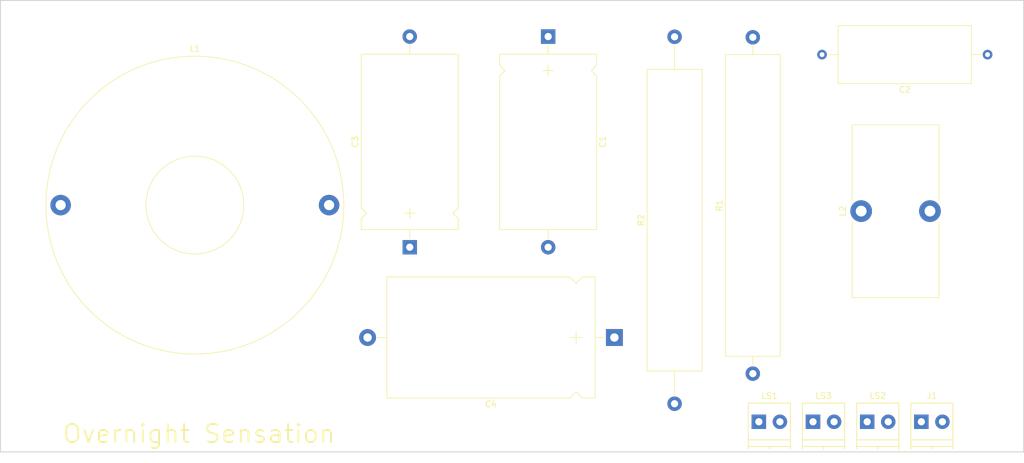
<source format=kicad_pcb>
(kicad_pcb (version 4) (host pcbnew 4.0.6-e0-6349~53~ubuntu16.04.1)

  (general
    (links 17)
    (no_connects 17)
    (area 19.512999 14.653 178.837001 90.637)
    (thickness 1.6)
    (drawings 5)
    (tracks 0)
    (zones 0)
    (modules 12)
    (nets 8)
  )

  (page A4)
  (layers
    (0 F.Cu signal)
    (31 B.Cu signal)
    (32 B.Adhes user)
    (33 F.Adhes user)
    (34 B.Paste user)
    (35 F.Paste user)
    (36 B.SilkS user)
    (37 F.SilkS user)
    (38 B.Mask user)
    (39 F.Mask user)
    (40 Dwgs.User user)
    (41 Cmts.User user)
    (42 Eco1.User user)
    (43 Eco2.User user)
    (44 Edge.Cuts user)
    (45 Margin user)
    (46 B.CrtYd user)
    (47 F.CrtYd user)
    (48 B.Fab user)
    (49 F.Fab user)
  )

  (setup
    (last_trace_width 0.762)
    (trace_clearance 0.762)
    (zone_clearance 0.508)
    (zone_45_only no)
    (trace_min 0.2)
    (segment_width 0.2)
    (edge_width 0.15)
    (via_size 0.6)
    (via_drill 0.4)
    (via_min_size 0.4)
    (via_min_drill 0.3)
    (uvia_size 0.3)
    (uvia_drill 0.1)
    (uvias_allowed no)
    (uvia_min_size 0)
    (uvia_min_drill 0)
    (pcb_text_width 0.3)
    (pcb_text_size 1.5 1.5)
    (mod_edge_width 0.15)
    (mod_text_size 1 1)
    (mod_text_width 0.15)
    (pad_size 1.524 1.524)
    (pad_drill 0.762)
    (pad_to_mask_clearance 0.2)
    (aux_axis_origin 0 0)
    (visible_elements FFFFF77F)
    (pcbplotparams
      (layerselection 0x00030_80000001)
      (usegerberextensions false)
      (excludeedgelayer true)
      (linewidth 0.100000)
      (plotframeref false)
      (viasonmask false)
      (mode 1)
      (useauxorigin false)
      (hpglpennumber 1)
      (hpglpenspeed 20)
      (hpglpendiameter 15)
      (hpglpenoverlay 2)
      (psnegative false)
      (psa4output false)
      (plotreference true)
      (plotvalue true)
      (plotinvisibletext false)
      (padsonsilk false)
      (subtractmaskfromsilk false)
      (outputformat 1)
      (mirror false)
      (drillshape 1)
      (scaleselection 1)
      (outputdirectory ""))
  )

  (net 0 "")
  (net 1 "Net-(C1-Pad1)")
  (net 2 "Net-(C2-Pad1)")
  (net 3 /RED_2)
  (net 4 /BLACK_2)
  (net 5 "Net-(C1-Pad2)")
  (net 6 "Net-(C3-Pad2)")
  (net 7 "Net-(C4-Pad2)")

  (net_class Default "This is the default net class."
    (clearance 0.762)
    (trace_width 0.762)
    (via_dia 0.6)
    (via_drill 0.4)
    (uvia_dia 0.3)
    (uvia_drill 0.1)
    (add_net /BLACK_2)
    (add_net /RED_2)
    (add_net "Net-(C1-Pad1)")
    (add_net "Net-(C1-Pad2)")
    (add_net "Net-(C2-Pad1)")
    (add_net "Net-(C3-Pad2)")
    (add_net "Net-(C4-Pad2)")
  )

  (module Capacitors_THT:CP_Axial_L29.0mm_D16.0mm_P35.00mm_Horizontal (layer F.Cu) (tedit 58765D07) (tstamp 58F94914)
    (at 104 19 270)
    (descr "CP, Axial series, Axial, Horizontal, pin pitch=35mm, , length*diameter=29*16mm^2, Electrolytic Capacitor, , http://www.kemet.com/Lists/ProductCatalog/Attachments/424/KEM_AC102.pdf")
    (tags "CP Axial series Axial Horizontal pin pitch 35mm  length 29mm diameter 16mm Electrolytic Capacitor")
    (path /58F7D7C3)
    (fp_text reference C1 (at 17.5 -9.06 270) (layer F.SilkS)
      (effects (font (size 1 1) (thickness 0.15)))
    )
    (fp_text value 4.7uF (at 17.5 9.06 270) (layer F.Fab)
      (effects (font (size 1 1) (thickness 0.15)))
    )
    (fp_line (start 3 -8) (end 3 8) (layer F.Fab) (width 0.1))
    (fp_line (start 32 -8) (end 32 8) (layer F.Fab) (width 0.1))
    (fp_line (start 3 -8) (end 4.74 -8) (layer F.Fab) (width 0.1))
    (fp_line (start 4.74 -8) (end 5.64 -7.1) (layer F.Fab) (width 0.1))
    (fp_line (start 5.64 -7.1) (end 6.54 -8) (layer F.Fab) (width 0.1))
    (fp_line (start 6.54 -8) (end 32 -8) (layer F.Fab) (width 0.1))
    (fp_line (start 3 8) (end 4.74 8) (layer F.Fab) (width 0.1))
    (fp_line (start 4.74 8) (end 5.64 7.1) (layer F.Fab) (width 0.1))
    (fp_line (start 5.64 7.1) (end 6.54 8) (layer F.Fab) (width 0.1))
    (fp_line (start 6.54 8) (end 32 8) (layer F.Fab) (width 0.1))
    (fp_line (start 0 0) (end 3 0) (layer F.Fab) (width 0.1))
    (fp_line (start 35 0) (end 32 0) (layer F.Fab) (width 0.1))
    (fp_line (start 4.75 0) (end 6.55 0) (layer F.Fab) (width 0.1))
    (fp_line (start 5.65 -0.9) (end 5.65 0.9) (layer F.Fab) (width 0.1))
    (fp_line (start 4.75 0) (end 6.55 0) (layer F.SilkS) (width 0.12))
    (fp_line (start 5.65 -0.9) (end 5.65 0.9) (layer F.SilkS) (width 0.12))
    (fp_line (start 2.94 -8.06) (end 2.94 8.06) (layer F.SilkS) (width 0.12))
    (fp_line (start 32.06 -8.06) (end 32.06 8.06) (layer F.SilkS) (width 0.12))
    (fp_line (start 2.94 -8.06) (end 4.74 -8.06) (layer F.SilkS) (width 0.12))
    (fp_line (start 4.74 -8.06) (end 5.64 -7.16) (layer F.SilkS) (width 0.12))
    (fp_line (start 5.64 -7.16) (end 6.54 -8.06) (layer F.SilkS) (width 0.12))
    (fp_line (start 6.54 -8.06) (end 32.06 -8.06) (layer F.SilkS) (width 0.12))
    (fp_line (start 2.94 8.06) (end 4.74 8.06) (layer F.SilkS) (width 0.12))
    (fp_line (start 4.74 8.06) (end 5.64 7.16) (layer F.SilkS) (width 0.12))
    (fp_line (start 5.64 7.16) (end 6.54 8.06) (layer F.SilkS) (width 0.12))
    (fp_line (start 6.54 8.06) (end 32.06 8.06) (layer F.SilkS) (width 0.12))
    (fp_line (start 1.38 0) (end 2.94 0) (layer F.SilkS) (width 0.12))
    (fp_line (start 33.62 0) (end 32.06 0) (layer F.SilkS) (width 0.12))
    (fp_line (start -1.45 -8.35) (end -1.45 8.35) (layer F.CrtYd) (width 0.05))
    (fp_line (start -1.45 8.35) (end 36.45 8.35) (layer F.CrtYd) (width 0.05))
    (fp_line (start 36.45 8.35) (end 36.45 -8.35) (layer F.CrtYd) (width 0.05))
    (fp_line (start 36.45 -8.35) (end -1.45 -8.35) (layer F.CrtYd) (width 0.05))
    (pad 1 thru_hole rect (at 0 0 270) (size 2.4 2.4) (drill 1.2) (layers *.Cu *.Mask)
      (net 1 "Net-(C1-Pad1)"))
    (pad 2 thru_hole oval (at 35 0 270) (size 2.4 2.4) (drill 1.2) (layers *.Cu *.Mask)
      (net 5 "Net-(C1-Pad2)"))
    (model Capacitors_THT.3dshapes/CP_Axial_L29.0mm_D16.0mm_P35.00mm_Horizontal.wrl
      (at (xyz 0 0 0))
      (scale (xyz 0.393701 0.393701 0.393701))
      (rotate (xyz 0 0 0))
    )
  )

  (module Capacitors_THT:C_Axial_L22.0mm_D9.5mm_P27.50mm_Horizontal (layer F.Cu) (tedit 58765D06) (tstamp 58F9492A)
    (at 177 22 180)
    (descr "C, Axial series, Axial, Horizontal, pin pitch=27.5mm, , length*diameter=22*9.5mm^2, http://cdn-reichelt.de/documents/datenblatt/B300/STYROFLEX.pdf")
    (tags "C Axial series Axial Horizontal pin pitch 27.5mm  length 22mm diameter 9.5mm")
    (path /58F7D1B2)
    (fp_text reference C2 (at 13.75 -5.81 180) (layer F.SilkS)
      (effects (font (size 1 1) (thickness 0.15)))
    )
    (fp_text value 0.22uF (at 13.75 5.81 180) (layer F.Fab)
      (effects (font (size 1 1) (thickness 0.15)))
    )
    (fp_line (start 2.75 -4.75) (end 2.75 4.75) (layer F.Fab) (width 0.1))
    (fp_line (start 2.75 4.75) (end 24.75 4.75) (layer F.Fab) (width 0.1))
    (fp_line (start 24.75 4.75) (end 24.75 -4.75) (layer F.Fab) (width 0.1))
    (fp_line (start 24.75 -4.75) (end 2.75 -4.75) (layer F.Fab) (width 0.1))
    (fp_line (start 0 0) (end 2.75 0) (layer F.Fab) (width 0.1))
    (fp_line (start 27.5 0) (end 24.75 0) (layer F.Fab) (width 0.1))
    (fp_line (start 2.69 -4.81) (end 2.69 4.81) (layer F.SilkS) (width 0.12))
    (fp_line (start 2.69 4.81) (end 24.81 4.81) (layer F.SilkS) (width 0.12))
    (fp_line (start 24.81 4.81) (end 24.81 -4.81) (layer F.SilkS) (width 0.12))
    (fp_line (start 24.81 -4.81) (end 2.69 -4.81) (layer F.SilkS) (width 0.12))
    (fp_line (start 0.98 0) (end 2.69 0) (layer F.SilkS) (width 0.12))
    (fp_line (start 26.52 0) (end 24.81 0) (layer F.SilkS) (width 0.12))
    (fp_line (start -1.05 -5.1) (end -1.05 5.1) (layer F.CrtYd) (width 0.05))
    (fp_line (start -1.05 5.1) (end 28.55 5.1) (layer F.CrtYd) (width 0.05))
    (fp_line (start 28.55 5.1) (end 28.55 -5.1) (layer F.CrtYd) (width 0.05))
    (fp_line (start 28.55 -5.1) (end -1.05 -5.1) (layer F.CrtYd) (width 0.05))
    (pad 1 thru_hole circle (at 0 0 180) (size 1.6 1.6) (drill 0.8) (layers *.Cu *.Mask)
      (net 2 "Net-(C2-Pad1)"))
    (pad 2 thru_hole oval (at 27.5 0 180) (size 1.6 1.6) (drill 0.8) (layers *.Cu *.Mask)
      (net 3 /RED_2))
    (model Capacitors_THT.3dshapes/C_Axial_L22.0mm_D9.5mm_P27.50mm_Horizontal.wrl
      (at (xyz 0 0 0))
      (scale (xyz 0.393701 0.393701 0.393701))
      (rotate (xyz 0 0 0))
    )
  )

  (module Capacitors_THT:CP_Axial_L29.0mm_D16.0mm_P35.00mm_Horizontal (layer F.Cu) (tedit 58765D07) (tstamp 58F94950)
    (at 81 54 90)
    (descr "CP, Axial series, Axial, Horizontal, pin pitch=35mm, , length*diameter=29*16mm^2, Electrolytic Capacitor, , http://www.kemet.com/Lists/ProductCatalog/Attachments/424/KEM_AC102.pdf")
    (tags "CP Axial series Axial Horizontal pin pitch 35mm  length 29mm diameter 16mm Electrolytic Capacitor")
    (path /58F7D856)
    (fp_text reference C3 (at 17.5 -9.06 90) (layer F.SilkS)
      (effects (font (size 1 1) (thickness 0.15)))
    )
    (fp_text value 4.7uF (at 17.5 9.06 90) (layer F.Fab)
      (effects (font (size 1 1) (thickness 0.15)))
    )
    (fp_line (start 3 -8) (end 3 8) (layer F.Fab) (width 0.1))
    (fp_line (start 32 -8) (end 32 8) (layer F.Fab) (width 0.1))
    (fp_line (start 3 -8) (end 4.74 -8) (layer F.Fab) (width 0.1))
    (fp_line (start 4.74 -8) (end 5.64 -7.1) (layer F.Fab) (width 0.1))
    (fp_line (start 5.64 -7.1) (end 6.54 -8) (layer F.Fab) (width 0.1))
    (fp_line (start 6.54 -8) (end 32 -8) (layer F.Fab) (width 0.1))
    (fp_line (start 3 8) (end 4.74 8) (layer F.Fab) (width 0.1))
    (fp_line (start 4.74 8) (end 5.64 7.1) (layer F.Fab) (width 0.1))
    (fp_line (start 5.64 7.1) (end 6.54 8) (layer F.Fab) (width 0.1))
    (fp_line (start 6.54 8) (end 32 8) (layer F.Fab) (width 0.1))
    (fp_line (start 0 0) (end 3 0) (layer F.Fab) (width 0.1))
    (fp_line (start 35 0) (end 32 0) (layer F.Fab) (width 0.1))
    (fp_line (start 4.75 0) (end 6.55 0) (layer F.Fab) (width 0.1))
    (fp_line (start 5.65 -0.9) (end 5.65 0.9) (layer F.Fab) (width 0.1))
    (fp_line (start 4.75 0) (end 6.55 0) (layer F.SilkS) (width 0.12))
    (fp_line (start 5.65 -0.9) (end 5.65 0.9) (layer F.SilkS) (width 0.12))
    (fp_line (start 2.94 -8.06) (end 2.94 8.06) (layer F.SilkS) (width 0.12))
    (fp_line (start 32.06 -8.06) (end 32.06 8.06) (layer F.SilkS) (width 0.12))
    (fp_line (start 2.94 -8.06) (end 4.74 -8.06) (layer F.SilkS) (width 0.12))
    (fp_line (start 4.74 -8.06) (end 5.64 -7.16) (layer F.SilkS) (width 0.12))
    (fp_line (start 5.64 -7.16) (end 6.54 -8.06) (layer F.SilkS) (width 0.12))
    (fp_line (start 6.54 -8.06) (end 32.06 -8.06) (layer F.SilkS) (width 0.12))
    (fp_line (start 2.94 8.06) (end 4.74 8.06) (layer F.SilkS) (width 0.12))
    (fp_line (start 4.74 8.06) (end 5.64 7.16) (layer F.SilkS) (width 0.12))
    (fp_line (start 5.64 7.16) (end 6.54 8.06) (layer F.SilkS) (width 0.12))
    (fp_line (start 6.54 8.06) (end 32.06 8.06) (layer F.SilkS) (width 0.12))
    (fp_line (start 1.38 0) (end 2.94 0) (layer F.SilkS) (width 0.12))
    (fp_line (start 33.62 0) (end 32.06 0) (layer F.SilkS) (width 0.12))
    (fp_line (start -1.45 -8.35) (end -1.45 8.35) (layer F.CrtYd) (width 0.05))
    (fp_line (start -1.45 8.35) (end 36.45 8.35) (layer F.CrtYd) (width 0.05))
    (fp_line (start 36.45 8.35) (end 36.45 -8.35) (layer F.CrtYd) (width 0.05))
    (fp_line (start 36.45 -8.35) (end -1.45 -8.35) (layer F.CrtYd) (width 0.05))
    (pad 1 thru_hole rect (at 0 0 90) (size 2.4 2.4) (drill 1.2) (layers *.Cu *.Mask)
      (net 5 "Net-(C1-Pad2)"))
    (pad 2 thru_hole oval (at 35 0 90) (size 2.4 2.4) (drill 1.2) (layers *.Cu *.Mask)
      (net 6 "Net-(C3-Pad2)"))
    (model Capacitors_THT.3dshapes/CP_Axial_L29.0mm_D16.0mm_P35.00mm_Horizontal.wrl
      (at (xyz 0 0 0))
      (scale (xyz 0.393701 0.393701 0.393701))
      (rotate (xyz 0 0 0))
    )
  )

  (module Capacitors_THT:CP_Axial_L34.5mm_D20.0mm_P41.00mm_Horizontal (layer F.Cu) (tedit 58765D07) (tstamp 58F94976)
    (at 115 69 180)
    (descr "CP, Axial series, Axial, Horizontal, pin pitch=41mm, , length*diameter=34.5*20mm^2, Electrolytic Capacitor, , http://www.kemet.com/Lists/ProductCatalog/Attachments/424/KEM_AC102.pdf")
    (tags "CP Axial series Axial Horizontal pin pitch 41mm  length 34.5mm diameter 20mm Electrolytic Capacitor")
    (path /58F7E63F)
    (fp_text reference C4 (at 20.5 -11.06 180) (layer F.SilkS)
      (effects (font (size 1 1) (thickness 0.15)))
    )
    (fp_text value 10uF (at 20.5 11.06 180) (layer F.Fab)
      (effects (font (size 1 1) (thickness 0.15)))
    )
    (fp_line (start 3.25 -10) (end 3.25 10) (layer F.Fab) (width 0.1))
    (fp_line (start 37.75 -10) (end 37.75 10) (layer F.Fab) (width 0.1))
    (fp_line (start 3.25 -10) (end 5.29 -10) (layer F.Fab) (width 0.1))
    (fp_line (start 5.29 -10) (end 6.34 -8.95) (layer F.Fab) (width 0.1))
    (fp_line (start 6.34 -8.95) (end 7.39 -10) (layer F.Fab) (width 0.1))
    (fp_line (start 7.39 -10) (end 37.75 -10) (layer F.Fab) (width 0.1))
    (fp_line (start 3.25 10) (end 5.29 10) (layer F.Fab) (width 0.1))
    (fp_line (start 5.29 10) (end 6.34 8.95) (layer F.Fab) (width 0.1))
    (fp_line (start 6.34 8.95) (end 7.39 10) (layer F.Fab) (width 0.1))
    (fp_line (start 7.39 10) (end 37.75 10) (layer F.Fab) (width 0.1))
    (fp_line (start 0 0) (end 3.25 0) (layer F.Fab) (width 0.1))
    (fp_line (start 41 0) (end 37.75 0) (layer F.Fab) (width 0.1))
    (fp_line (start 5.3 0) (end 7.4 0) (layer F.Fab) (width 0.1))
    (fp_line (start 6.35 -1.05) (end 6.35 1.05) (layer F.Fab) (width 0.1))
    (fp_line (start 5.3 0) (end 7.4 0) (layer F.SilkS) (width 0.12))
    (fp_line (start 6.35 -1.05) (end 6.35 1.05) (layer F.SilkS) (width 0.12))
    (fp_line (start 3.19 -10.06) (end 3.19 10.06) (layer F.SilkS) (width 0.12))
    (fp_line (start 37.81 -10.06) (end 37.81 10.06) (layer F.SilkS) (width 0.12))
    (fp_line (start 3.19 -10.06) (end 5.29 -10.06) (layer F.SilkS) (width 0.12))
    (fp_line (start 5.29 -10.06) (end 6.34 -9.01) (layer F.SilkS) (width 0.12))
    (fp_line (start 6.34 -9.01) (end 7.39 -10.06) (layer F.SilkS) (width 0.12))
    (fp_line (start 7.39 -10.06) (end 37.81 -10.06) (layer F.SilkS) (width 0.12))
    (fp_line (start 3.19 10.06) (end 5.29 10.06) (layer F.SilkS) (width 0.12))
    (fp_line (start 5.29 10.06) (end 6.34 9.01) (layer F.SilkS) (width 0.12))
    (fp_line (start 6.34 9.01) (end 7.39 10.06) (layer F.SilkS) (width 0.12))
    (fp_line (start 7.39 10.06) (end 37.81 10.06) (layer F.SilkS) (width 0.12))
    (fp_line (start 1.58 0) (end 3.19 0) (layer F.SilkS) (width 0.12))
    (fp_line (start 39.42 0) (end 37.81 0) (layer F.SilkS) (width 0.12))
    (fp_line (start -1.65 -10.35) (end -1.65 10.35) (layer F.CrtYd) (width 0.05))
    (fp_line (start -1.65 10.35) (end 42.65 10.35) (layer F.CrtYd) (width 0.05))
    (fp_line (start 42.65 10.35) (end 42.65 -10.35) (layer F.CrtYd) (width 0.05))
    (fp_line (start 42.65 -10.35) (end -1.65 -10.35) (layer F.CrtYd) (width 0.05))
    (pad 1 thru_hole rect (at 0 0 180) (size 2.8 2.8) (drill 1.4) (layers *.Cu *.Mask)
      (net 2 "Net-(C2-Pad1)"))
    (pad 2 thru_hole oval (at 41 0 180) (size 2.8 2.8) (drill 1.4) (layers *.Cu *.Mask)
      (net 7 "Net-(C4-Pad2)"))
    (model Capacitors_THT.3dshapes/CP_Axial_L34.5mm_D20.0mm_P41.00mm_Horizontal.wrl
      (at (xyz 0 0 0))
      (scale (xyz 0.393701 0.393701 0.393701))
      (rotate (xyz 0 0 0))
    )
  )

  (module Connectors_Terminal_Blocks:TerminalBlock_Pheonix_PT-3.5mm_2pol (layer F.Cu) (tedit 0) (tstamp 58F94986)
    (at 166 83)
    (descr "2-way 3.5mm pitch terminal block, Phoenix PT series")
    (path /58F7D300)
    (fp_text reference J1 (at 1.75 -4.3) (layer F.SilkS)
      (effects (font (size 1 1) (thickness 0.15)))
    )
    (fp_text value Screw_Terminal_1x02 (at 1.75 6) (layer F.Fab)
      (effects (font (size 1 1) (thickness 0.15)))
    )
    (fp_line (start -1.9 -3.3) (end 5.4 -3.3) (layer F.CrtYd) (width 0.05))
    (fp_line (start -1.9 4.7) (end -1.9 -3.3) (layer F.CrtYd) (width 0.05))
    (fp_line (start 5.4 4.7) (end -1.9 4.7) (layer F.CrtYd) (width 0.05))
    (fp_line (start 5.4 -3.3) (end 5.4 4.7) (layer F.CrtYd) (width 0.05))
    (fp_line (start 1.75 4.1) (end 1.75 4.5) (layer F.SilkS) (width 0.15))
    (fp_line (start -1.75 3) (end 5.25 3) (layer F.SilkS) (width 0.15))
    (fp_line (start -1.75 4.1) (end 5.25 4.1) (layer F.SilkS) (width 0.15))
    (fp_line (start -1.75 -3.1) (end -1.75 4.5) (layer F.SilkS) (width 0.15))
    (fp_line (start 5.25 4.5) (end 5.25 -3.1) (layer F.SilkS) (width 0.15))
    (fp_line (start 5.25 -3.1) (end -1.75 -3.1) (layer F.SilkS) (width 0.15))
    (pad 2 thru_hole circle (at 3.5 0) (size 2.4 2.4) (drill 1.2) (layers *.Cu *.Mask)
      (net 4 /BLACK_2))
    (pad 1 thru_hole rect (at 0 0) (size 2.4 2.4) (drill 1.2) (layers *.Cu *.Mask)
      (net 3 /RED_2))
    (model Terminal_Blocks.3dshapes/TerminalBlock_Pheonix_PT-3.5mm_2pol.wrl
      (at (xyz 0 0 0))
      (scale (xyz 1 1 1))
      (rotate (xyz 0 0 0))
    )
  )

  (module Inductors_THT:L_Toroid_Horizontal_D49.3mm_P44.60mm_Vishay_TJ8 (layer F.Cu) (tedit 5880B84E) (tstamp 58F949A1)
    (at 23 47)
    (descr "L_Toroid, Horizontal series, Radial, pin pitch=44.60mm, , diameter=49.3mm, Vishay, TJ8, http://www.vishay.com/docs/34079/tj.pdf")
    (tags "L_Toroid Horizontal series Radial pin pitch 44.60mm  diameter 49.3mm Vishay TJ8")
    (path /58F7ED7E)
    (fp_text reference L1 (at 22.3 -25.96) (layer F.SilkS)
      (effects (font (size 1 1) (thickness 0.15)))
    )
    (fp_text value 0.9mH (at 22.3 25.96) (layer F.Fab)
      (effects (font (size 1 1) (thickness 0.15)))
    )
    (fp_circle (center 22.3 0) (end 46.95 0) (layer F.Fab) (width 0.1))
    (fp_circle (center 22.3 0) (end 30.516667 0) (layer F.Fab) (width 0.1))
    (fp_circle (center 22.3 0) (end 47.04 0) (layer F.SilkS) (width 0.12))
    (fp_circle (center 22.3 0) (end 30.426667 0) (layer F.SilkS) (width 0.12))
    (fp_line (start 46.5452 0) (end 30.306769 2.145341) (layer F.Fab) (width 0.1))
    (fp_line (start 43.297146 12.122276) (end 28.161485 5.861214) (layer F.Fab) (width 0.1))
    (fp_line (start 34.423248 20.996585) (end 24.445712 8.00667) (layer F.Fab) (width 0.1))
    (fp_line (start 22.301123 24.2452) (end 20.15503 8.006868) (layer F.Fab) (width 0.1))
    (fp_line (start 10.178697 20.997708) (end 16.439058 5.861757) (layer F.Fab) (width 0.1))
    (fp_line (start 1.303977 12.124221) (end 14.29343 2.146083) (layer F.Fab) (width 0.1))
    (fp_line (start -1.9452 0.002246) (end 14.293032 -2.144599) (layer F.Fab) (width 0.1))
    (fp_line (start 1.301731 -12.12033) (end 16.437972 -5.860671) (layer F.Fab) (width 0.1))
    (fp_line (start 10.174806 -20.995461) (end 20.153546 -8.006471) (layer F.Fab) (width 0.1))
    (fp_line (start 22.29663 -24.2452) (end 24.444228 -8.007067) (layer F.Fab) (width 0.1))
    (fp_line (start 34.419357 -20.998831) (end 28.160399 -5.8623) (layer F.Fab) (width 0.1))
    (fp_line (start 43.2949 -12.126166) (end 30.306371 -2.146825) (layer F.Fab) (width 0.1))
    (fp_line (start 46.5452 -0.004493) (end 30.307166 2.143857) (layer F.Fab) (width 0.1))
    (fp_line (start -2.7 -25) (end -2.7 25) (layer F.CrtYd) (width 0.05))
    (fp_line (start -2.7 25) (end 47.3 25) (layer F.CrtYd) (width 0.05))
    (fp_line (start 47.3 25) (end 47.3 -25) (layer F.CrtYd) (width 0.05))
    (fp_line (start 47.3 -25) (end -2.7 -25) (layer F.CrtYd) (width 0.05))
    (pad 1 thru_hole circle (at 0 0) (size 3.4 3.4) (drill 1.7) (layers *.Cu *.Mask)
      (net 2 "Net-(C2-Pad1)"))
    (pad 2 thru_hole circle (at 44.6 0) (size 3.4 3.4) (drill 1.7) (layers *.Cu *.Mask)
      (net 3 /RED_2))
    (model Inductors_THT.3dshapes/L_Toroid_Horizontal_D49.3mm_P44.60mm_Vishay_TJ8.wrl
      (at (xyz 0 0 0))
      (scale (xyz 0.393701 0.393701 0.393701))
      (rotate (xyz 0 0 0))
    )
  )

  (module Inductors_THT:L_Toroid_Vertical_L28.6mm_W14.3mm_P11.43mm_Bourns_5700 (layer F.Cu) (tedit 5880B84E) (tstamp 58F949BF)
    (at 156 48 90)
    (descr "L_Toroid, Vertical series, Radial, pin pitch=11.43mm, , length*width=28.6*14.3mm^2, Bourns, 5700, http://www.bourns.com/docs/Product-Datasheets/5700_series.pdf")
    (tags "L_Toroid Vertical series Radial pin pitch 11.43mm  length 28.6mm width 14.3mm Bourns 5700")
    (path /58F7D985)
    (fp_text reference L2 (at 0 -3.05 90) (layer F.SilkS)
      (effects (font (size 1 1) (thickness 0.15)))
    )
    (fp_text value 0.15mH (at 0 14.48 90) (layer F.Fab)
      (effects (font (size 1 1) (thickness 0.15)))
    )
    (fp_line (start -14.3 -1.435) (end -14.3 12.865) (layer F.Fab) (width 0.1))
    (fp_line (start -14.3 12.865) (end 14.3 12.865) (layer F.Fab) (width 0.1))
    (fp_line (start 14.3 12.865) (end 14.3 -1.435) (layer F.Fab) (width 0.1))
    (fp_line (start 14.3 -1.435) (end -14.3 -1.435) (layer F.Fab) (width 0.1))
    (fp_line (start -14.3 -1.435) (end -12.87 12.865) (layer F.Fab) (width 0.1))
    (fp_line (start -11.44 -1.435) (end -10.01 12.865) (layer F.Fab) (width 0.1))
    (fp_line (start -8.58 -1.435) (end -7.15 12.865) (layer F.Fab) (width 0.1))
    (fp_line (start -5.72 -1.435) (end -4.29 12.865) (layer F.Fab) (width 0.1))
    (fp_line (start -2.86 -1.435) (end -1.43 12.865) (layer F.Fab) (width 0.1))
    (fp_line (start 0 -1.435) (end 1.43 12.865) (layer F.Fab) (width 0.1))
    (fp_line (start 2.86 -1.435) (end 4.29 12.865) (layer F.Fab) (width 0.1))
    (fp_line (start 5.72 -1.435) (end 7.15 12.865) (layer F.Fab) (width 0.1))
    (fp_line (start 8.58 -1.435) (end 10.01 12.865) (layer F.Fab) (width 0.1))
    (fp_line (start 11.44 -1.435) (end 12.87 12.865) (layer F.Fab) (width 0.1))
    (fp_line (start -14.36 -1.495) (end -1.73 -1.495) (layer F.SilkS) (width 0.12))
    (fp_line (start 1.73 -1.495) (end 14.36 -1.495) (layer F.SilkS) (width 0.12))
    (fp_line (start -14.36 12.925) (end -1.73 12.925) (layer F.SilkS) (width 0.12))
    (fp_line (start 1.73 12.925) (end 14.36 12.925) (layer F.SilkS) (width 0.12))
    (fp_line (start -14.36 -1.495) (end -14.36 12.925) (layer F.SilkS) (width 0.12))
    (fp_line (start 14.36 -1.495) (end 14.36 12.925) (layer F.SilkS) (width 0.12))
    (fp_line (start -14.65 -2.05) (end -14.65 13.5) (layer F.CrtYd) (width 0.05))
    (fp_line (start -14.65 13.5) (end 14.65 13.5) (layer F.CrtYd) (width 0.05))
    (fp_line (start 14.65 13.5) (end 14.65 -2.05) (layer F.CrtYd) (width 0.05))
    (fp_line (start 14.65 -2.05) (end -14.65 -2.05) (layer F.CrtYd) (width 0.05))
    (pad 1 thru_hole circle (at 0 0 90) (size 3.6 3.6) (drill 1.8) (layers *.Cu *.Mask)
      (net 5 "Net-(C1-Pad2)"))
    (pad 2 thru_hole circle (at 0 11.43 90) (size 3.6 3.6) (drill 1.8) (layers *.Cu *.Mask)
      (net 4 /BLACK_2))
    (model Inductors_THT.3dshapes/L_Toroid_Vertical_L28.6mm_W14.3mm_P11.43mm_Bourns_5700.wrl
      (at (xyz 0 0 0))
      (scale (xyz 0.393701 0.393701 0.393701))
      (rotate (xyz 0 0 0))
    )
  )

  (module Connectors_Terminal_Blocks:TerminalBlock_Pheonix_PT-3.5mm_2pol (layer F.Cu) (tedit 0) (tstamp 58F949CF)
    (at 139 83)
    (descr "2-way 3.5mm pitch terminal block, Phoenix PT series")
    (path /58F7E3B0)
    (fp_text reference LS1 (at 1.75 -4.3) (layer F.SilkS)
      (effects (font (size 1 1) (thickness 0.15)))
    )
    (fp_text value "Daytona ND20FA" (at 1.75 6) (layer F.Fab)
      (effects (font (size 1 1) (thickness 0.15)))
    )
    (fp_line (start -1.9 -3.3) (end 5.4 -3.3) (layer F.CrtYd) (width 0.05))
    (fp_line (start -1.9 4.7) (end -1.9 -3.3) (layer F.CrtYd) (width 0.05))
    (fp_line (start 5.4 4.7) (end -1.9 4.7) (layer F.CrtYd) (width 0.05))
    (fp_line (start 5.4 -3.3) (end 5.4 4.7) (layer F.CrtYd) (width 0.05))
    (fp_line (start 1.75 4.1) (end 1.75 4.5) (layer F.SilkS) (width 0.15))
    (fp_line (start -1.75 3) (end 5.25 3) (layer F.SilkS) (width 0.15))
    (fp_line (start -1.75 4.1) (end 5.25 4.1) (layer F.SilkS) (width 0.15))
    (fp_line (start -1.75 -3.1) (end -1.75 4.5) (layer F.SilkS) (width 0.15))
    (fp_line (start 5.25 4.5) (end 5.25 -3.1) (layer F.SilkS) (width 0.15))
    (fp_line (start 5.25 -3.1) (end -1.75 -3.1) (layer F.SilkS) (width 0.15))
    (pad 2 thru_hole circle (at 3.5 0) (size 2.4 2.4) (drill 1.2) (layers *.Cu *.Mask)
      (net 4 /BLACK_2))
    (pad 1 thru_hole rect (at 0 0) (size 2.4 2.4) (drill 1.2) (layers *.Cu *.Mask)
      (net 6 "Net-(C3-Pad2)"))
    (model Terminal_Blocks.3dshapes/TerminalBlock_Pheonix_PT-3.5mm_2pol.wrl
      (at (xyz 0 0 0))
      (scale (xyz 1 1 1))
      (rotate (xyz 0 0 0))
    )
  )

  (module Connectors_Terminal_Blocks:TerminalBlock_Pheonix_PT-3.5mm_2pol (layer F.Cu) (tedit 0) (tstamp 58F949DF)
    (at 157 83)
    (descr "2-way 3.5mm pitch terminal block, Phoenix PT series")
    (path /58F7E470)
    (fp_text reference LS2 (at 1.75 -4.3) (layer F.SilkS)
      (effects (font (size 1 1) (thickness 0.15)))
    )
    (fp_text value "HIVI B4N" (at 1.75 6) (layer F.Fab)
      (effects (font (size 1 1) (thickness 0.15)))
    )
    (fp_line (start -1.9 -3.3) (end 5.4 -3.3) (layer F.CrtYd) (width 0.05))
    (fp_line (start -1.9 4.7) (end -1.9 -3.3) (layer F.CrtYd) (width 0.05))
    (fp_line (start 5.4 4.7) (end -1.9 4.7) (layer F.CrtYd) (width 0.05))
    (fp_line (start 5.4 -3.3) (end 5.4 4.7) (layer F.CrtYd) (width 0.05))
    (fp_line (start 1.75 4.1) (end 1.75 4.5) (layer F.SilkS) (width 0.15))
    (fp_line (start -1.75 3) (end 5.25 3) (layer F.SilkS) (width 0.15))
    (fp_line (start -1.75 4.1) (end 5.25 4.1) (layer F.SilkS) (width 0.15))
    (fp_line (start -1.75 -3.1) (end -1.75 4.5) (layer F.SilkS) (width 0.15))
    (fp_line (start 5.25 4.5) (end 5.25 -3.1) (layer F.SilkS) (width 0.15))
    (fp_line (start 5.25 -3.1) (end -1.75 -3.1) (layer F.SilkS) (width 0.15))
    (pad 2 thru_hole circle (at 3.5 0) (size 2.4 2.4) (drill 1.2) (layers *.Cu *.Mask)
      (net 4 /BLACK_2))
    (pad 1 thru_hole rect (at 0 0) (size 2.4 2.4) (drill 1.2) (layers *.Cu *.Mask)
      (net 2 "Net-(C2-Pad1)"))
    (model Terminal_Blocks.3dshapes/TerminalBlock_Pheonix_PT-3.5mm_2pol.wrl
      (at (xyz 0 0 0))
      (scale (xyz 1 1 1))
      (rotate (xyz 0 0 0))
    )
  )

  (module Connectors_Terminal_Blocks:TerminalBlock_Pheonix_PT-3.5mm_2pol (layer F.Cu) (tedit 0) (tstamp 58F949EF)
    (at 148 83)
    (descr "2-way 3.5mm pitch terminal block, Phoenix PT series")
    (path /58F7E553)
    (fp_text reference LS3 (at 1.75 -4.3) (layer F.SilkS)
      (effects (font (size 1 1) (thickness 0.15)))
    )
    (fp_text value "HIVI B4N" (at 1.75 6) (layer F.Fab)
      (effects (font (size 1 1) (thickness 0.15)))
    )
    (fp_line (start -1.9 -3.3) (end 5.4 -3.3) (layer F.CrtYd) (width 0.05))
    (fp_line (start -1.9 4.7) (end -1.9 -3.3) (layer F.CrtYd) (width 0.05))
    (fp_line (start 5.4 4.7) (end -1.9 4.7) (layer F.CrtYd) (width 0.05))
    (fp_line (start 5.4 -3.3) (end 5.4 4.7) (layer F.CrtYd) (width 0.05))
    (fp_line (start 1.75 4.1) (end 1.75 4.5) (layer F.SilkS) (width 0.15))
    (fp_line (start -1.75 3) (end 5.25 3) (layer F.SilkS) (width 0.15))
    (fp_line (start -1.75 4.1) (end 5.25 4.1) (layer F.SilkS) (width 0.15))
    (fp_line (start -1.75 -3.1) (end -1.75 4.5) (layer F.SilkS) (width 0.15))
    (fp_line (start 5.25 4.5) (end 5.25 -3.1) (layer F.SilkS) (width 0.15))
    (fp_line (start 5.25 -3.1) (end -1.75 -3.1) (layer F.SilkS) (width 0.15))
    (pad 2 thru_hole circle (at 3.5 0) (size 2.4 2.4) (drill 1.2) (layers *.Cu *.Mask)
      (net 4 /BLACK_2))
    (pad 1 thru_hole rect (at 0 0) (size 2.4 2.4) (drill 1.2) (layers *.Cu *.Mask)
      (net 2 "Net-(C2-Pad1)"))
    (model Terminal_Blocks.3dshapes/TerminalBlock_Pheonix_PT-3.5mm_2pol.wrl
      (at (xyz 0 0 0))
      (scale (xyz 1 1 1))
      (rotate (xyz 0 0 0))
    )
  )

  (module Resistors_THT:R_Axial_Power_L50.0mm_W9.0mm_P55.88mm (layer F.Cu) (tedit 5874F706) (tstamp 58F94A05)
    (at 138 75 90)
    (descr "Resistor, Axial_Power series, Axial, Horizontal, pin pitch=55.88mm, 11W, length*diameter=50*9mm^2, http://cdn-reichelt.de/documents/datenblatt/B400/5WAXIAL_9WAXIAL_11WAXIAL_17WAXIAL%23YAG.pdf")
    (tags "Resistor Axial_Power series Axial Horizontal pin pitch 55.88mm 11W length 50mm diameter 9mm")
    (path /58F7D030)
    (fp_text reference R1 (at 27.94 -5.56 90) (layer F.SilkS)
      (effects (font (size 1 1) (thickness 0.15)))
    )
    (fp_text value 10R (at 27.94 5.56 90) (layer F.Fab)
      (effects (font (size 1 1) (thickness 0.15)))
    )
    (fp_line (start 2.94 -4.5) (end 2.94 4.5) (layer F.Fab) (width 0.1))
    (fp_line (start 2.94 4.5) (end 52.94 4.5) (layer F.Fab) (width 0.1))
    (fp_line (start 52.94 4.5) (end 52.94 -4.5) (layer F.Fab) (width 0.1))
    (fp_line (start 52.94 -4.5) (end 2.94 -4.5) (layer F.Fab) (width 0.1))
    (fp_line (start 0 0) (end 2.94 0) (layer F.Fab) (width 0.1))
    (fp_line (start 55.88 0) (end 52.94 0) (layer F.Fab) (width 0.1))
    (fp_line (start 2.88 -4.56) (end 2.88 4.56) (layer F.SilkS) (width 0.12))
    (fp_line (start 2.88 4.56) (end 53 4.56) (layer F.SilkS) (width 0.12))
    (fp_line (start 53 4.56) (end 53 -4.56) (layer F.SilkS) (width 0.12))
    (fp_line (start 53 -4.56) (end 2.88 -4.56) (layer F.SilkS) (width 0.12))
    (fp_line (start 1.38 0) (end 2.88 0) (layer F.SilkS) (width 0.12))
    (fp_line (start 54.5 0) (end 53 0) (layer F.SilkS) (width 0.12))
    (fp_line (start -1.45 -4.85) (end -1.45 4.85) (layer F.CrtYd) (width 0.05))
    (fp_line (start -1.45 4.85) (end 57.35 4.85) (layer F.CrtYd) (width 0.05))
    (fp_line (start 57.35 4.85) (end 57.35 -4.85) (layer F.CrtYd) (width 0.05))
    (fp_line (start 57.35 -4.85) (end -1.45 -4.85) (layer F.CrtYd) (width 0.05))
    (pad 1 thru_hole circle (at 0 0 90) (size 2.4 2.4) (drill 1.2) (layers *.Cu *.Mask)
      (net 1 "Net-(C1-Pad1)"))
    (pad 2 thru_hole oval (at 55.88 0 90) (size 2.4 2.4) (drill 1.2) (layers *.Cu *.Mask)
      (net 3 /RED_2))
    (model Resistors_THT.3dshapes/R_Axial_Power_L50.0mm_W9.0mm_P55.88mm.wrl
      (at (xyz 0 0 0))
      (scale (xyz 0.393701 0.393701 0.393701))
      (rotate (xyz 0 0 0))
    )
  )

  (module Resistors_THT:R_Axial_Power_L50.0mm_W9.0mm_P60.96mm (layer F.Cu) (tedit 5874F706) (tstamp 58F94A1B)
    (at 125 80 90)
    (descr "Resistor, Axial_Power series, Axial, Horizontal, pin pitch=60.96mm, 11W, length*diameter=50*9mm^2, http://cdn-reichelt.de/documents/datenblatt/B400/5WAXIAL_9WAXIAL_11WAXIAL_17WAXIAL%23YAG.pdf")
    (tags "Resistor Axial_Power series Axial Horizontal pin pitch 60.96mm 11W length 50mm diameter 9mm")
    (path /58F7E753)
    (fp_text reference R2 (at 30.48 -5.56 90) (layer F.SilkS)
      (effects (font (size 1 1) (thickness 0.15)))
    )
    (fp_text value 1R5 (at 30.48 5.56 90) (layer F.Fab)
      (effects (font (size 1 1) (thickness 0.15)))
    )
    (fp_line (start 5.48 -4.5) (end 5.48 4.5) (layer F.Fab) (width 0.1))
    (fp_line (start 5.48 4.5) (end 55.48 4.5) (layer F.Fab) (width 0.1))
    (fp_line (start 55.48 4.5) (end 55.48 -4.5) (layer F.Fab) (width 0.1))
    (fp_line (start 55.48 -4.5) (end 5.48 -4.5) (layer F.Fab) (width 0.1))
    (fp_line (start 0 0) (end 5.48 0) (layer F.Fab) (width 0.1))
    (fp_line (start 60.96 0) (end 55.48 0) (layer F.Fab) (width 0.1))
    (fp_line (start 5.42 -4.56) (end 5.42 4.56) (layer F.SilkS) (width 0.12))
    (fp_line (start 5.42 4.56) (end 55.54 4.56) (layer F.SilkS) (width 0.12))
    (fp_line (start 55.54 4.56) (end 55.54 -4.56) (layer F.SilkS) (width 0.12))
    (fp_line (start 55.54 -4.56) (end 5.42 -4.56) (layer F.SilkS) (width 0.12))
    (fp_line (start 1.38 0) (end 5.42 0) (layer F.SilkS) (width 0.12))
    (fp_line (start 59.58 0) (end 55.54 0) (layer F.SilkS) (width 0.12))
    (fp_line (start -1.45 -4.85) (end -1.45 4.85) (layer F.CrtYd) (width 0.05))
    (fp_line (start -1.45 4.85) (end 62.45 4.85) (layer F.CrtYd) (width 0.05))
    (fp_line (start 62.45 4.85) (end 62.45 -4.85) (layer F.CrtYd) (width 0.05))
    (fp_line (start 62.45 -4.85) (end -1.45 -4.85) (layer F.CrtYd) (width 0.05))
    (pad 1 thru_hole circle (at 0 0 90) (size 2.4 2.4) (drill 1.2) (layers *.Cu *.Mask)
      (net 7 "Net-(C4-Pad2)"))
    (pad 2 thru_hole oval (at 60.96 0 90) (size 2.4 2.4) (drill 1.2) (layers *.Cu *.Mask)
      (net 4 /BLACK_2))
    (model Resistors_THT.3dshapes/R_Axial_Power_L50.0mm_W9.0mm_P60.96mm.wrl
      (at (xyz 0 0 0))
      (scale (xyz 0.393701 0.393701 0.393701))
      (rotate (xyz 0 0 0))
    )
  )

  (gr_line (start 183 88) (end 183 13) (angle 90) (layer Edge.Cuts) (width 0.15))
  (gr_line (start 13 88) (end 183 88) (angle 90) (layer Edge.Cuts) (width 0.15))
  (gr_line (start 13 13) (end 13 88) (angle 90) (layer Edge.Cuts) (width 0.15))
  (gr_line (start 183 13) (end 13 13) (angle 90) (layer Edge.Cuts) (width 0.15))
  (gr_text "Overnight Sensation" (at 46 85) (layer F.SilkS)
    (effects (font (size 3 3) (thickness 0.3)))
  )

)

</source>
